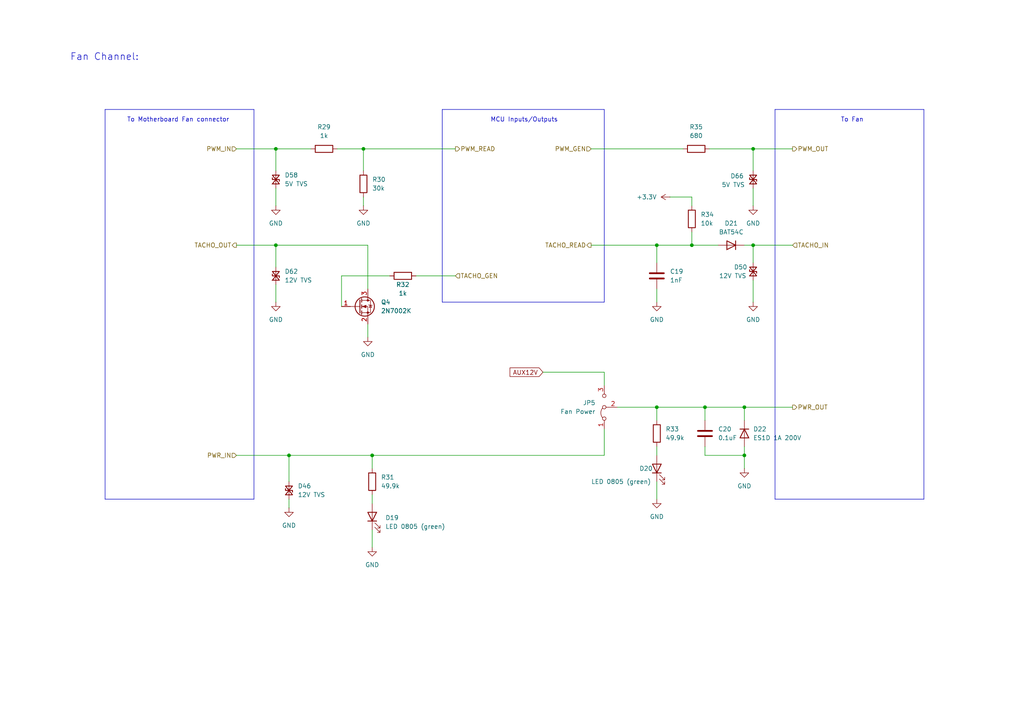
<source format=kicad_sch>
(kicad_sch (version 20231120) (generator "eeschema") (generator_version "8.0")
  (paper "A4")
  (title_block (title "FanPico-0804D v1.3b") (date "2024-08-29") (company "Timo Kokkonen <tjko@iki.fi>") (comment 3 "Fanpico firmware reference PCB."))
  (lib_symbols
    (symbol "Device:C" (pin_numbers hide) (pin_names (offset 0.254))
      (property "Reference" "C" (at 0.635 2.54 0))
      (property "Value" "C" (at 0.635 -2.54 0))
      (symbol "C_0_1"
        (polyline (pts (xy -2.032 -0.762) (xy 2.032 -0.762)) (stroke (width 0.508)))
        (polyline (pts (xy -2.032 0.762) (xy 2.032 0.762)) (stroke (width 0.508)))
      )
      (symbol "C_1_1"
        (pin passive line (at 0 3.81 270) (length 2.794) (name "~") (number "1"))
        (pin passive line (at 0 -3.81 90) (length 2.794) (name "~") (number "2"))
      )
    )
    (symbol "Device:D" (pin_numbers hide) (pin_names (offset 1.016) hide)
      (property "Reference" "D" (at 0 2.54 0))
      (property "Value" "D" (at 0 -2.54 0))
      (symbol "D_0_1"
        (polyline (pts (xy -1.27 1.27) (xy -1.27 -1.27)) (stroke (width 0.254)))
        (polyline (pts (xy 1.27 0) (xy -1.27 0)))
        (polyline (pts (xy 1.27 1.27) (xy 1.27 -1.27) (xy -1.27 0) (xy 1.27 1.27)) (stroke (width 0.254)))
      )
      (symbol "D_1_1"
        (pin passive line (at -3.81 0 0) (length 2.54) (name "K") (number "1"))
        (pin passive line (at 3.81 0 180) (length 2.54) (name "A") (number "2"))
      )
    )
    (symbol "Device:D_TVS_Small" (pin_numbers hide) (pin_names (offset 1.016) hide)
      (property "Reference" "D" (at 0 2.54 0))
      (property "Value" "D_TVS_Small" (at 0 -2.54 0))
      (symbol "D_TVS_Small_0_1"
        (polyline (pts (xy -1.27 0) (xy 1.27 0)))
        (polyline (pts (xy 0.508 1.016) (xy 0 1.016) (xy 0 -1.016) (xy -0.508 -1.016)) (stroke (width 0.254)))
        (polyline (pts (xy -1.27 1.016) (xy -1.27 -1.016) (xy 1.27 1.016) (xy 1.27 -1.016) (xy -1.27 1.016)) (stroke (width 0.254)))
      )
      (symbol "D_TVS_Small_1_1"
        (pin passive line (at -2.54 0 0) (length 1.27) (name "A1") (number "1"))
        (pin passive line (at 2.54 0 180) (length 1.27) (name "A2") (number "2"))
      )
    )
    (symbol "Device:LED" (pin_numbers hide) (pin_names (offset 1.016) hide)
      (property "Reference" "D" (at 0 2.54 0))
      (property "Value" "LED" (at 0 -2.54 0))
      (symbol "LED_0_1"
        (polyline (pts (xy -1.27 -1.27) (xy -1.27 1.27)) (stroke (width 0.254)))
        (polyline (pts (xy -1.27 0) (xy 1.27 0)))
        (polyline (pts (xy 1.27 -1.27) (xy 1.27 1.27) (xy -1.27 0) (xy 1.27 -1.27)) (stroke (width 0.254)))
        (polyline (pts (xy -3.048 -0.762) (xy -4.572 -2.286) (xy -3.81 -2.286) (xy -4.572 -2.286) (xy -4.572 -1.524)))
        (polyline (pts (xy -1.778 -0.762) (xy -3.302 -2.286) (xy -2.54 -2.286) (xy -3.302 -2.286) (xy -3.302 -1.524)))
      )
      (symbol "LED_1_1"
        (pin passive line (at -3.81 0 0) (length 2.54) (name "K") (number "1"))
        (pin passive line (at 3.81 0 180) (length 2.54) (name "A") (number "2"))
      )
    )
    (symbol "Device:R" (pin_numbers hide) (pin_names (offset 0))
      (property "Reference" "R" (at 2.032 0 90))
      (property "Value" "R" (at 0 0 90))
      (symbol "R_0_1"
        (rectangle (start -1.016 -2.54) (end 1.016 2.54) (stroke (width 0.254)))
      )
      (symbol "R_1_1"
        (pin passive line (at 0 3.81 270) (length 1.27) (name "~") (number "1"))
        (pin passive line (at 0 -3.81 90) (length 1.27) (name "~") (number "2"))
      )
    )
    (symbol "Jumper:Jumper_3_Bridged12" (pin_names (offset 0) hide) (exclude_from_sim yes) (in_bom no)
      (property "Reference" "JP" (at -2.54 -2.54 0))
      (property "Value" "Jumper_3_Bridged12" (at 0 2.794 0))
      (symbol "Jumper_3_Bridged12_0_0"
        (circle (center -3.302 0) (radius 0.508))
        (circle (center 0 0) (radius 0.508))
        (circle (center 3.302 0) (radius 0.508))
      )
      (symbol "Jumper_3_Bridged12_0_1"
        (arc (start -0.254 0.508) (mid -1.651 0.9912) (end -3.048 0.508))
        (polyline (pts (xy 0 -1.27) (xy 0 -0.508)))
      )
      (symbol "Jumper_3_Bridged12_1_1"
        (pin passive line (at -6.35 0 0) (length 2.54) (name "A") (number "1"))
        (pin passive line (at 0 -3.81 90) (length 2.54) (name "C") (number "2"))
        (pin passive line (at 6.35 0 180) (length 2.54) (name "B") (number "3"))
      )
    )
    (symbol "Transistor_FET:2N7002K" (pin_names hide)
      (property "Reference" "Q" (at 5.08 1.905 0))
      (property "Value" "2N7002K" (at 5.08 0 0))
      (symbol "2N7002K_0_1"
        (polyline (pts (xy 0.254 0) (xy -2.54 0)))
        (polyline (pts (xy 0.254 1.905) (xy 0.254 -1.905)) (stroke (width 0.254)))
        (polyline (pts (xy 0.762 -1.27) (xy 0.762 -2.286)) (stroke (width 0.254)))
        (polyline (pts (xy 0.762 0.508) (xy 0.762 -0.508)) (stroke (width 0.254)))
        (polyline (pts (xy 0.762 2.286) (xy 0.762 1.27)) (stroke (width 0.254)))
        (polyline (pts (xy 2.54 2.54) (xy 2.54 1.778)))
        (polyline (pts (xy 2.54 -2.54) (xy 2.54 0) (xy 0.762 0)))
        (polyline (pts (xy 0.762 -1.778) (xy 3.302 -1.778) (xy 3.302 1.778) (xy 0.762 1.778)))
        (polyline (pts (xy 1.016 0) (xy 2.032 0.381) (xy 2.032 -0.381) (xy 1.016 0)) (fill (type outline)))
        (polyline (pts (xy 2.794 0.508) (xy 2.921 0.381) (xy 3.683 0.381) (xy 3.81 0.254)))
        (polyline (pts (xy 3.302 0.381) (xy 2.921 -0.254) (xy 3.683 -0.254) (xy 3.302 0.381)))
        (circle (center 1.651 0) (radius 2.794) (stroke (width 0.254)))
        (circle (center 2.54 -1.778) (radius 0.254) (fill (type outline)))
        (circle (center 2.54 1.778) (radius 0.254) (fill (type outline)))
      )
      (symbol "2N7002K_1_1"
        (pin input line (at -5.08 0 0) (length 2.54) (name "G") (number "1"))
        (pin passive line (at 2.54 -5.08 90) (length 2.54) (name "S") (number "2"))
        (pin passive line (at 2.54 5.08 270) (length 2.54) (name "D") (number "3"))
      )
    )
    (symbol "power:+3.3V" (power) (pin_numbers hide) (pin_names (offset 0) hide)
      (property "Value" "+3.3V" (at 0 3.556 0))
      (symbol "+3.3V_0_1"
        (polyline (pts (xy -0.762 1.27) (xy 0 2.54)))
        (polyline (pts (xy 0 0) (xy 0 2.54)))
        (polyline (pts (xy 0 2.54) (xy 0.762 1.27)))
      )
      (symbol "+3.3V_1_1"
        (pin power_in line (at 0 0 90) (length 0) (name "~") (number "1"))
      )
    )
    (symbol "power:GND" (power) (pin_numbers hide) (pin_names (offset 0) hide)
      (property "Value" "GND" (at 0 -3.81 0))
      (symbol "GND_0_1"
        (polyline (pts (xy 0 0) (xy 0 -1.27) (xy 1.27 -1.27) (xy 0 -2.54) (xy -1.27 -1.27) (xy 0 -1.27)))
      )
      (symbol "GND_1_1"
        (pin power_in line (at 0 0 270) (length 0) (name "~") (number "1"))
      )
    )
  )
  (junction (at 218.44 71.12))
  (junction (at 107.95 132.08))
  (junction (at 83.82 132.08))
  (junction (at 80.01 71.12))
  (junction (at 190.5 71.12))
  (junction (at 215.9 118.11))
  (junction (at 215.9 132.08))
  (junction (at 80.01 43.18))
  (junction (at 190.5 118.11))
  (junction (at 204.47 118.11))
  (junction (at 200.66 71.12))
  (junction (at 218.44 43.18))
  (junction (at 105.41 43.18))
  (wire (pts (xy 218.44 43.18) (xy 218.44 49.53)))
  (wire (pts (xy 175.26 111.76) (xy 175.26 107.95)))
  (wire (pts (xy 190.5 118.11) (xy 204.47 118.11)))
  (wire (pts (xy 171.45 43.18) (xy 198.12 43.18)))
  (wire (pts (xy 107.95 143.51) (xy 107.95 146.05)))
  (wire (pts (xy 215.9 132.08) (xy 215.9 135.89)))
  (wire (pts (xy 204.47 132.08) (xy 215.9 132.08)))
  (wire (pts (xy 215.9 71.12) (xy 218.44 71.12)))
  (wire (pts (xy 83.82 132.08) (xy 107.95 132.08)))
  (wire (pts (xy 105.41 43.18) (xy 105.41 49.53)))
  (wire (pts (xy 205.74 43.18) (xy 218.44 43.18)))
  (wire (pts (xy 105.41 43.18) (xy 132.08 43.18)))
  (wire (pts (xy 190.5 129.54) (xy 190.5 132.08)))
  (wire (pts (xy 218.44 43.18) (xy 229.87 43.18)))
  (wire (pts (xy 80.01 43.18) (xy 80.01 49.53)))
  (wire (pts (xy 215.9 118.11) (xy 229.87 118.11)))
  (polyline (pts (xy 175.26 87.63) (xy 128.27 87.63)))
  (wire (pts (xy 215.9 129.54) (xy 215.9 132.08)))
  (wire (pts (xy 200.66 57.15) (xy 200.66 59.69)))
  (wire (pts (xy 99.06 80.01) (xy 99.06 88.9)))
  (wire (pts (xy 80.01 82.55) (xy 80.01 87.63)))
  (wire (pts (xy 107.95 132.08) (xy 107.95 135.89)))
  (wire (pts (xy 208.28 71.12) (xy 200.66 71.12)))
  (wire (pts (xy 80.01 71.12) (xy 80.01 77.47)))
  (wire (pts (xy 97.79 43.18) (xy 105.41 43.18)))
  (wire (pts (xy 120.65 80.01) (xy 132.08 80.01)))
  (polyline (pts (xy 128.27 31.75) (xy 128.27 87.63)))
  (wire (pts (xy 179.07 118.11) (xy 190.5 118.11)))
  (wire (pts (xy 80.01 71.12) (xy 106.68 71.12)))
  (wire (pts (xy 190.5 118.11) (xy 190.5 121.92)))
  (wire (pts (xy 68.58 43.18) (xy 80.01 43.18)))
  (polyline (pts (xy 30.48 31.75) (xy 30.48 144.78)))
  (polyline (pts (xy 73.66 144.78) (xy 30.48 144.78)))
  (wire (pts (xy 204.47 129.54) (xy 204.47 132.08)))
  (wire (pts (xy 218.44 54.61) (xy 218.44 59.69)))
  (wire (pts (xy 194.31 57.15) (xy 200.66 57.15)))
  (wire (pts (xy 107.95 132.08) (xy 175.26 132.08)))
  (wire (pts (xy 68.58 132.08) (xy 83.82 132.08)))
  (polyline (pts (xy 73.66 31.75) (xy 73.66 144.78)))
  (wire (pts (xy 83.82 132.08) (xy 83.82 139.7)))
  (wire (pts (xy 218.44 71.12) (xy 229.87 71.12)))
  (wire (pts (xy 204.47 121.92) (xy 204.47 118.11)))
  (polyline (pts (xy 267.97 144.78) (xy 224.79 144.78)))
  (wire (pts (xy 80.01 43.18) (xy 90.17 43.18)))
  (wire (pts (xy 105.41 57.15) (xy 105.41 59.69)))
  (polyline (pts (xy 224.79 31.75) (xy 224.79 144.78)))
  (wire (pts (xy 80.01 54.61) (xy 80.01 59.69)))
  (wire (pts (xy 215.9 118.11) (xy 215.9 121.92)))
  (wire (pts (xy 107.95 153.67) (xy 107.95 158.75)))
  (wire (pts (xy 204.47 118.11) (xy 215.9 118.11)))
  (wire (pts (xy 175.26 132.08) (xy 175.26 124.46)))
  (polyline (pts (xy 267.97 31.75) (xy 267.97 144.78)))
  (wire (pts (xy 99.06 80.01) (xy 113.03 80.01)))
  (wire (pts (xy 175.26 107.95) (xy 157.48 107.95)))
  (wire (pts (xy 171.45 71.12) (xy 190.5 71.12)))
  (polyline (pts (xy 128.27 31.75) (xy 175.26 31.75)))
  (wire (pts (xy 200.66 71.12) (xy 190.5 71.12)))
  (wire (pts (xy 106.68 71.12) (xy 106.68 83.82)))
  (wire (pts (xy 200.66 67.31) (xy 200.66 71.12)))
  (wire (pts (xy 190.5 71.12) (xy 190.5 76.2)))
  (polyline (pts (xy 30.48 31.75) (xy 73.66 31.75)))
  (wire (pts (xy 190.5 83.82) (xy 190.5 87.63)))
  (wire (pts (xy 68.58 71.12) (xy 80.01 71.12)))
  (polyline (pts (xy 175.26 31.75) (xy 175.26 87.63)))
  (wire (pts (xy 218.44 81.28) (xy 218.44 87.63)))
  (polyline (pts (xy 224.79 31.75) (xy 267.97 31.75)))
  (wire (pts (xy 190.5 139.7) (xy 190.5 144.78)))
  (wire (pts (xy 83.82 144.78) (xy 83.82 147.32)))
  (wire (pts (xy 106.68 93.98) (xy 106.68 97.79)))
  (wire (pts (xy 218.44 71.12) (xy 218.44 76.2)))
  (text "MCU Inputs/Outputs" (at 142.24 35.56 0) (effects (font (size 1.27 1.27)) (justify left bottom)))
  (text "To Motherboard Fan connector" (at 36.83 35.56 0) (effects (font (size 1.27 1.27)) (justify left bottom)))
  (text "Fan Channel: ${SHEETNAME}" (at 20.32 17.78 0) (effects (font (size 2 2)) (justify left bottom)))
  (text "To Fan" (at 243.84 35.56 0) (effects (font (size 1.27 1.27)) (justify left bottom)))
  (global_label "AUX12V" (shape input) (at 157.48 107.95 180) (property "Intersheetrefs" "${INTERSHEET_REFS}" (effects (hide yes))))
  (hierarchical_label "TACHO_GEN" (shape input) (at 132.08 80.01 0))
  (hierarchical_label "PWR_OUT" (shape output) (at 229.87 118.11 0))
  (hierarchical_label "TACHO_OUT" (shape output) (at 68.58 71.12 180))
  (hierarchical_label "PWM_READ" (shape output) (at 132.08 43.18 0))
  (hierarchical_label "PWM_OUT" (shape output) (at 229.87 43.18 0))
  (hierarchical_label "TACHO_IN" (shape input) (at 229.87 71.12 0))
  (hierarchical_label "PWR_IN" (shape input) (at 68.58 132.08 180))
  (hierarchical_label "TACHO_READ" (shape output) (at 171.45 71.12 180))
  (hierarchical_label "PWM_IN" (shape input) (at 68.58 43.18 180))
  (hierarchical_label "PWM_GEN" (shape input) (at 171.45 43.18 180))
  (symbol (lib_id "Device:R") (at 105.41 53.34 180) (unit 1)
    (property "Reference" "R30" (at 107.95 52.0699 0) (effects (justify right)))
    (property "Value" "30k" (at 107.95 54.6099 0) (effects (justify right)))
    (property "Footprint" "Resistor_SMD:R_0603_1608Metric_Pad0.98x0.95mm_HandSolder" (effects (hide yes)))
    (property "Description" "Resistor" (effects (hide yes)))
    (property "LCSC Part Number" "C100001" (effects (hide yes)))
    (instances (project "fanpico" (path "" (reference "R30") (unit 1)) (path "" (reference "R23") (unit 1)) (path "" (reference "R16") (unit 1)) (path "" (reference "R9") (unit 1))))
  )
  (symbol (lib_id "power:GND") (at 83.82 147.32 0) (unit 1)
    (property "Reference" "#PWR0103" (effects (hide yes)))
    (property "Value" "GND" (at 83.82 152.4 0))
    (property "Description" "Power symbol creates a global label with name \"GND\" , ground" (effects (hide yes)))
    (instances (project "fanpico" (path "" (reference "#PWR0103") (unit 1)) (path "" (reference "#PWR0104") (unit 1)) (path "" (reference "#PWR0100") (unit 1)) (path "" (reference "#PWR099") (unit 1))))
  )
  (symbol (lib_id "Device:D_TVS_Small") (at 80.01 52.07 90) (unit 1)
    (property "Reference" "D58" (at 82.55 50.7999 90) (effects (justify right)))
    (property "Value" "5V TVS" (at 82.55 53.3399 90) (effects (justify right)))
    (property "Footprint" "Diode_SMD:D_SOD-323_HandSoldering" (effects (hide yes)))
    (property "Description" "Bidirectional transient-voltage-suppression diode, small symbol" (effects (hide yes)))
    (property "LCSC Part Number" "C5180216" (effects (hide yes)))
    (instances (project "fanpico" (path "" (reference "D58") (unit 1)) (path "" (reference "D59") (unit 1)) (path "" (reference "D57") (unit 1)) (path "" (reference "D56") (unit 1))))
  )
  (symbol (lib_id "power:GND") (at 215.9 135.89 0) (unit 1)
    (property "Reference" "#PWR065" (effects (hide yes)))
    (property "Value" "GND" (at 215.9 140.97 0))
    (property "Description" "Power symbol creates a global label with name \"GND\" , ground" (effects (hide yes)))
    (instances (project "fanpico" (path "" (reference "#PWR065") (unit 1)) (path "" (reference "#PWR057") (unit 1)) (path "" (reference "#PWR049") (unit 1)) (path "" (reference "#PWR041") (unit 1))))
  )
  (symbol (lib_id "Device:R") (at 190.5 125.73 0) (unit 1)
    (property "Reference" "R33" (at 193.04 124.4599 0) (effects (justify left)))
    (property "Value" "49.9k" (at 193.04 126.9999 0) (effects (justify left)))
    (property "Footprint" "Resistor_SMD:R_0603_1608Metric_Pad0.98x0.95mm_HandSolder" (effects (hide yes)))
    (property "Description" "Resistor" (effects (hide yes)))
    (property "LCSC Part Number" "C114624" (effects (hide yes)))
    (instances (project "fanpico" (path "" (reference "R33") (unit 1)) (path "" (reference "R26") (unit 1)) (path "" (reference "R19") (unit 1)) (path "" (reference "R12") (unit 1))))
  )
  (symbol (lib_id "Device:D") (at 212.09 71.12 180) (unit 1)
    (property "Reference" "D21" (at 212.09 64.77 0))
    (property "Value" "BAT54C" (at 212.09 67.31 0))
    (property "Footprint" "FanPico:D_SOT-23_ANK" (effects (hide yes)))
    (property "Description" "Diode" (effects (hide yes)))
    (property "LCSC Part Number" "C2844172" (effects (hide yes)))
    (property "Sim.Device" "D" (effects (hide yes)))
    (property "Sim.Pins" "1=K 2=A" (effects (hide yes)))
    (instances (project "fanpico" (path "" (reference "D21") (unit 1)) (path "" (reference "D17") (unit 1)) (path "" (reference "D13") (unit 1)) (path "" (reference "D9") (unit 1))))
  )
  (symbol (lib_id "Device:D_TVS_Small") (at 218.44 78.74 90) (unit 1)
    (property "Reference" "D50" (at 212.852 77.47 90) (effects (justify right)))
    (property "Value" "12V TVS" (at 208.534 80.01 90) (effects (justify right)))
    (property "Footprint" "Diode_SMD:D_SOD-323_HandSoldering" (effects (hide yes)))
    (property "Description" "Bidirectional transient-voltage-suppression diode, small symbol" (effects (hide yes)))
    (property "LCSC Part Number" "C502541 or C5199168" (effects (hide yes)))
    (instances (project "fanpico" (path "" (reference "D50") (unit 1)) (path "" (reference "D51") (unit 1)) (path "" (reference "D49") (unit 1)) (path "" (reference "D48") (unit 1))))
  )
  (symbol (lib_id "power:GND") (at 218.44 59.69 0) (unit 1)
    (property "Reference" "#PWR0123" (effects (hide yes)))
    (property "Value" "GND" (at 218.44 64.77 0))
    (property "Description" "Power symbol creates a global label with name \"GND\" , ground" (effects (hide yes)))
    (instances (project "fanpico" (path "" (reference "#PWR0123") (unit 1)) (path "" (reference "#PWR0124") (unit 1)) (path "" (reference "#PWR0122") (unit 1)) (path "" (reference "#PWR0121") (unit 1))))
  )
  (symbol (lib_id "Device:R") (at 93.98 43.18 270) (unit 1)
    (property "Reference" "R29" (at 93.98 36.83 90))
    (property "Value" "1k" (at 93.98 39.37 90))
    (property "Footprint" "Resistor_SMD:R_0603_1608Metric_Pad0.98x0.95mm_HandSolder" (effects (hide yes)))
    (property "Description" "Resistor" (effects (hide yes)))
    (property "LCSC Part Number" "C22548" (effects (hide yes)))
    (instances (project "fanpico" (path "" (reference "R29") (unit 1)) (path "" (reference "R22") (unit 1)) (path "" (reference "R15") (unit 1)) (path "" (reference "R8") (unit 1))))
  )
  (symbol (lib_id "power:GND") (at 80.01 59.69 0) (unit 1)
    (property "Reference" "#PWR0115" (effects (hide yes)))
    (property "Value" "GND" (at 80.01 64.77 0))
    (property "Description" "Power symbol creates a global label with name \"GND\" , ground" (effects (hide yes)))
    (instances (project "fanpico" (path "" (reference "#PWR0115") (unit 1)) (path "" (reference "#PWR0116") (unit 1)) (path "" (reference "#PWR0114") (unit 1)) (path "" (reference "#PWR0113") (unit 1))))
  )
  (symbol (lib_id "power:GND") (at 190.5 87.63 0) (unit 1)
    (property "Reference" "#PWR062" (effects (hide yes)))
    (property "Value" "GND" (at 190.5 92.71 0))
    (property "Description" "Power symbol creates a global label with name \"GND\" , ground" (effects (hide yes)))
    (instances (project "fanpico" (path "" (reference "#PWR062") (unit 1)) (path "" (reference "#PWR054") (unit 1)) (path "" (reference "#PWR046") (unit 1)) (path "" (reference "#PWR038") (unit 1))))
  )
  (symbol (lib_id "Transistor_FET:2N7002K") (at 104.14 88.9 0) (unit 1)
    (property "Reference" "Q4" (at 110.49 87.6299 0) (effects (justify left)))
    (property "Value" "2N7002K" (at 110.49 90.1699 0) (effects (justify left)))
    (property "Footprint" "Package_TO_SOT_SMD:SOT-23" (effects (hide yes)))
    (property "Datasheet" "https://www.diodes.com/assets/Datasheets/ds30896.pdf" (effects (hide yes)))
    (property "Description" "0.38A Id, 60V Vds, N-Channel MOSFET, SOT-23" (effects (hide yes)))
    (property "LCSC Part Number" "C85047" (effects (hide yes)))
    (instances (project "fanpico" (path "" (reference "Q4") (unit 1)) (path "" (reference "Q3") (unit 1)) (path "" (reference "Q2") (unit 1)) (path "" (reference "Q1") (unit 1))))
  )
  (symbol (lib_id "Device:D_TVS_Small") (at 83.82 142.24 90) (unit 1)
    (property "Reference" "D46" (at 86.36 140.9699 90) (effects (justify right)))
    (property "Value" "12V TVS" (at 86.36 143.5099 90) (effects (justify right)))
    (property "Footprint" "Diode_SMD:D_SOD-323_HandSoldering" (effects (hide yes)))
    (property "Description" "Bidirectional transient-voltage-suppression diode, small symbol" (effects (hide yes)))
    (property "LCSC Part Number" "C502541 or C5199168" (effects (hide yes)))
    (instances (project "fanpico" (path "" (reference "D46") (unit 1)) (path "" (reference "D47") (unit 1)) (path "" (reference "D45") (unit 1)) (path "" (reference "D44") (unit 1))))
  )
  (symbol (lib_id "Device:C") (at 190.5 80.01 0) (unit 1)
    (property "Reference" "C19" (at 194.31 78.7399 0) (effects (justify left)))
    (property "Value" "1nF" (at 194.31 81.2799 0) (effects (justify left)))
    (property "Footprint" "Capacitor_SMD:C_0603_1608Metric_Pad1.08x0.95mm_HandSolder" (effects (hide yes)))
    (property "Description" "Unpolarized capacitor" (effects (hide yes)))
    (property "LCSC Part Number" "C1588" (effects (hide yes)))
    (instances (project "fanpico" (path "" (reference "C19") (unit 1)) (path "" (reference "C16") (unit 1)) (path "" (reference "C13") (unit 1)) (path "" (reference "C10") (unit 1))))
  )
  (symbol (lib_id "power:+3.3V") (at 194.31 57.15 90) (unit 1)
    (property "Reference" "#PWR064" (effects (hide yes)))
    (property "Value" "+3.3V" (at 190.5 57.1499 90) (effects (justify left)))
    (property "Description" "Power symbol creates a global label with name \"+3.3V\"" (effects (hide yes)))
    (instances (project "fanpico" (path "" (reference "#PWR064") (unit 1)) (path "" (reference "#PWR056") (unit 1)) (path "" (reference "#PWR048") (unit 1)) (path "" (reference "#PWR040") (unit 1))))
  )
  (symbol (lib_id "power:GND") (at 80.01 87.63 0) (unit 1)
    (property "Reference" "#PWR0119" (effects (hide yes)))
    (property "Value" "GND" (at 80.01 92.71 0))
    (property "Description" "Power symbol creates a global label with name \"GND\" , ground" (effects (hide yes)))
    (instances (project "fanpico" (path "" (reference "#PWR0119") (unit 1)) (path "" (reference "#PWR0120") (unit 1)) (path "" (reference "#PWR0118") (unit 1)) (path "" (reference "#PWR0117") (unit 1))))
  )
  (symbol (lib_id "Device:D_TVS_Small") (at 80.01 80.01 90) (unit 1)
    (property "Reference" "D62" (at 82.55 78.7399 90) (effects (justify right)))
    (property "Value" "12V TVS" (at 82.55 81.2799 90) (effects (justify right)))
    (property "Footprint" "Diode_SMD:D_SOD-323_HandSoldering" (effects (hide yes)))
    (property "Description" "Bidirectional transient-voltage-suppression diode, small symbol" (effects (hide yes)))
    (property "LCSC Part Number" "C502541 or C5199168" (effects (hide yes)))
    (instances (project "fanpico" (path "" (reference "D62") (unit 1)) (path "" (reference "D63") (unit 1)) (path "" (reference "D61") (unit 1)) (path "" (reference "D60") (unit 1))))
  )
  (symbol (lib_id "power:GND") (at 190.5 144.78 0) (unit 1)
    (property "Reference" "#PWR063" (effects (hide yes)))
    (property "Value" "GND" (at 190.5 149.86 0))
    (property "Description" "Power symbol creates a global label with name \"GND\" , ground" (effects (hide yes)))
    (instances (project "fanpico" (path "" (reference "#PWR063") (unit 1)) (path "" (reference "#PWR055") (unit 1)) (path "" (reference "#PWR047") (unit 1)) (path "" (reference "#PWR039") (unit 1))))
  )
  (symbol (lib_id "Device:R") (at 116.84 80.01 90) (unit 1)
    (property "Reference" "R32" (at 116.84 82.55 90))
    (property "Value" "1k" (at 116.84 85.09 90))
    (property "Footprint" "Resistor_SMD:R_0603_1608Metric_Pad0.98x0.95mm_HandSolder" (effects (hide yes)))
    (property "Description" "Resistor" (effects (hide yes)))
    (property "LCSC Part Number" "C22548" (effects (hide yes)))
    (instances (project "fanpico" (path "" (reference "R32") (unit 1)) (path "" (reference "R25") (unit 1)) (path "" (reference "R18") (unit 1)) (path "" (reference "R11") (unit 1))))
  )
  (symbol (lib_id "Device:LED") (at 190.5 135.89 90) (unit 1)
    (property "Reference" "D20" (at 185.42 135.89 90) (effects (justify right)))
    (property "Value" "LED 0805 (green)" (at 171.45 139.7 90) (effects (justify right)))
    (property "Footprint" "LED_SMD:LED_0805_2012Metric_Pad1.15x1.40mm_HandSolder" (effects (hide yes)))
    (property "Description" "Light emitting diode" (effects (hide yes)))
    (property "LCSC Part Number" "C434432" (effects (hide yes)))
    (instances (project "fanpico" (path "" (reference "D20") (unit 1)) (path "" (reference "D16") (unit 1)) (path "" (reference "D12") (unit 1)) (path "" (reference "D8") (unit 1))))
  )
  (symbol (lib_id "power:GND") (at 106.68 97.79 0) (unit 1)
    (property "Reference" "#PWR058" (effects (hide yes)))
    (property "Value" "GND" (at 106.68 102.87 0))
    (property "Description" "Power symbol creates a global label with name \"GND\" , ground" (effects (hide yes)))
    (instances (project "fanpico" (path "" (reference "#PWR058") (unit 1)) (path "" (reference "#PWR050") (unit 1)) (path "" (reference "#PWR042") (unit 1)) (path "" (reference "#PWR034") (unit 1))))
  )
  (symbol (lib_id "Device:R") (at 200.66 63.5 180) (unit 1)
    (property "Reference" "R34" (at 203.2 62.2299 0) (effects (justify right)))
    (property "Value" "10k" (at 203.2 64.7699 0) (effects (justify right)))
    (property "Footprint" "Resistor_SMD:R_0603_1608Metric_Pad0.98x0.95mm_HandSolder" (effects (hide yes)))
    (property "Description" "Resistor" (effects (hide yes)))
    (property "LCSC Part Number" "C98220" (effects (hide yes)))
    (instances (project "fanpico" (path "" (reference "R34") (unit 1)) (path "" (reference "R27") (unit 1)) (path "" (reference "R20") (unit 1)) (path "" (reference "R13") (unit 1))))
  )
  (symbol (lib_id "power:GND") (at 107.95 158.75 0) (unit 1)
    (property "Reference" "#PWR059" (effects (hide yes)))
    (property "Value" "GND" (at 107.95 163.83 0))
    (property "Description" "Power symbol creates a global label with name \"GND\" , ground" (effects (hide yes)))
    (instances (project "fanpico" (path "" (reference "#PWR059") (unit 1)) (path "" (reference "#PWR051") (unit 1)) (path "" (reference "#PWR043") (unit 1)) (path "" (reference "#PWR035") (unit 1))))
  )
  (symbol (lib_id "Device:D") (at 215.9 125.73 270) (unit 1)
    (property "Reference" "D22" (at 218.44 124.4599 90) (effects (justify left)))
    (property "Value" "ES1D 1A 200V" (at 218.44 126.9999 90) (effects (justify left)))
    (property "Footprint" "Diode_SMD:D_SMA_Handsoldering" (effects (hide yes)))
    (property "Description" "Diode" (effects (hide yes)))
    (property "LCSC Part Number" "C445494" (effects (hide yes)))
    (property "Sim.Device" "D" (effects (hide yes)))
    (property "Sim.Pins" "1=K 2=A" (effects (hide yes)))
    (instances (project "fanpico" (path "" (reference "D22") (unit 1)) (path "" (reference "D18") (unit 1)) (path "" (reference "D14") (unit 1)) (path "" (reference "D10") (unit 1))))
  )
  (symbol (lib_id "Jumper:Jumper_3_Bridged12") (at 175.26 118.11 90) (unit 1)
    (property "Reference" "JP5" (at 172.72 116.8399 90) (effects (justify left)))
    (property "Value" "Fan Power" (at 172.72 119.3799 90) (effects (justify left)))
    (property "Footprint" "Connector_PinHeader_2.54mm:PinHeader_1x03_P2.54mm_Vertical" (effects (hide yes)))
    (property "Description" "Jumper, 3-pole, pins 1+2 closed/bridged" (effects (hide yes)))
    (instances (project "fanpico" (path "" (reference "JP5") (unit 1)) (path "" (reference "JP4") (unit 1)) (path "" (reference "JP3") (unit 1)) (path "" (reference "JP2") (unit 1))))
  )
  (symbol (lib_id "Device:C") (at 204.47 125.73 0) (unit 1)
    (property "Reference" "C20" (at 208.28 124.4599 0) (effects (justify left)))
    (property "Value" "0.1uF" (at 208.28 126.9999 0) (effects (justify left)))
    (property "Footprint" "Capacitor_SMD:C_0603_1608Metric_Pad1.08x0.95mm_HandSolder" (effects (hide yes)))
    (property "Description" "Unpolarized capacitor" (effects (hide yes)))
    (property "LCSC Part Number" "C1591" (effects (hide yes)))
    (instances (project "fanpico" (path "" (reference "C20") (unit 1)) (path "" (reference "C17") (unit 1)) (path "" (reference "C14") (unit 1)) (path "" (reference "C11") (unit 1))))
  )
  (symbol (lib_id "Device:R") (at 107.95 139.7 0) (unit 1)
    (property "Reference" "R31" (at 110.49 138.4299 0) (effects (justify left)))
    (property "Value" "49.9k" (at 110.49 140.9699 0) (effects (justify left)))
    (property "Footprint" "Resistor_SMD:R_0603_1608Metric_Pad0.98x0.95mm_HandSolder" (effects (hide yes)))
    (property "Description" "Resistor" (effects (hide yes)))
    (property "LCSC Part Number" "C114624" (effects (hide yes)))
    (instances (project "fanpico" (path "" (reference "R31") (unit 1)) (path "" (reference "R24") (unit 1)) (path "" (reference "R17") (unit 1)) (path "" (reference "R10") (unit 1))))
  )
  (symbol (lib_id "power:GND") (at 218.44 87.63 0) (unit 1)
    (property "Reference" "#PWR0107" (effects (hide yes)))
    (property "Value" "GND" (at 218.44 92.71 0))
    (property "Description" "Power symbol creates a global label with name \"GND\" , ground" (effects (hide yes)))
    (instances (project "fanpico" (path "" (reference "#PWR0107") (unit 1)) (path "" (reference "#PWR0108") (unit 1)) (path "" (reference "#PWR0106") (unit 1)) (path "" (reference "#PWR0105") (unit 1))))
  )
  (symbol (lib_id "Device:LED") (at 107.95 149.86 90) (unit 1)
    (property "Reference" "D19" (at 111.76 150.1774 90) (effects (justify right)))
    (property "Value" "LED 0805 (green)" (at 111.76 152.7174 90) (effects (justify right)))
    (property "Footprint" "LED_SMD:LED_0805_2012Metric_Pad1.15x1.40mm_HandSolder" (effects (hide yes)))
    (property "Description" "Light emitting diode" (effects (hide yes)))
    (property "LCSC Part Number" "C434432" (effects (hide yes)))
    (instances (project "fanpico" (path "" (reference "D19") (unit 1)) (path "" (reference "D15") (unit 1)) (path "" (reference "D11") (unit 1)) (path "" (reference "D7") (unit 1))))
  )
  (symbol (lib_id "Device:R") (at 201.93 43.18 90) (unit 1)
    (property "Reference" "R35" (at 201.93 36.83 90))
    (property "Value" "680" (at 201.93 39.37 90))
    (property "Footprint" "Resistor_SMD:R_0603_1608Metric_Pad0.98x0.95mm_HandSolder" (effects (hide yes)))
    (property "Description" "Resistor" (effects (hide yes)))
    (property "LCSC Part Number" "C115415" (effects (hide yes)))
    (instances (project "fanpico" (path "" (reference "R35") (unit 1)) (path "" (reference "R28") (unit 1)) (path "" (reference "R21") (unit 1)) (path "" (reference "R14") (unit 1))))
  )
  (symbol (lib_id "power:GND") (at 105.41 59.69 0) (unit 1)
    (property "Reference" "#PWR053" (effects (hide yes)))
    (property "Value" "GND" (at 105.41 64.77 0))
    (property "Description" "Power symbol creates a global label with name \"GND\" , ground" (effects (hide yes)))
    (instances (project "fanpico" (path "" (reference "#PWR053") (unit 1)) (path "" (reference "#PWR061") (unit 1)) (path "" (reference "#PWR045") (unit 1)) (path "" (reference "#PWR037") (unit 1))))
  )
  (symbol (lib_id "Device:D_TVS_Small") (at 218.44 52.07 90) (unit 1)
    (property "Reference" "D66" (at 211.836 51.054 90) (effects (justify right)))
    (property "Value" "5V TVS" (at 209.296 53.594 90) (effects (justify right)))
    (property "Footprint" "Diode_SMD:D_SOD-323_HandSoldering" (effects (hide yes)))
    (property "Description" "Bidirectional transient-voltage-suppression diode, small symbol" (effects (hide yes)))
    (property "LCSC Part Number" "C5180216" (effects (hide yes)))
    (instances (project "fanpico" (path "" (reference "D66") (unit 1)) (path "" (reference "D67") (unit 1)) (path "" (reference "D65") (unit 1)) (path "" (reference "D64") (unit 1))))
  )
)
</source>
